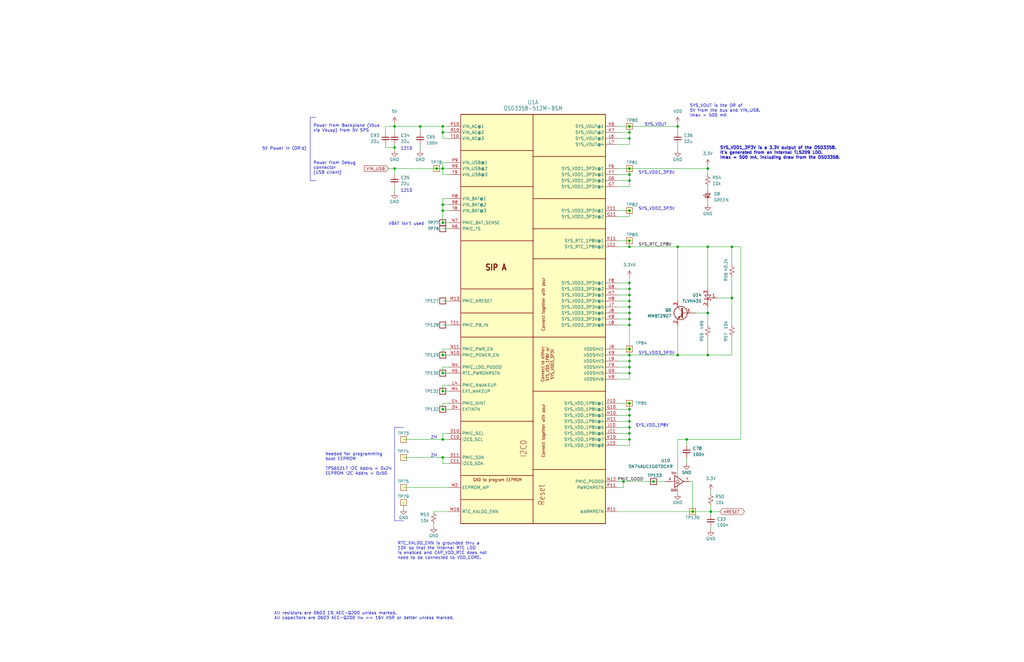
<source format=kicad_sch>
(kicad_sch (version 20230121) (generator eeschema)
  (paper "USLedger")
  (title_block (title "OreSat C3: OSD3358: SIP A") (date "2023-05-29") (rev "6.1"))
  (junction (at 262.89 203.2))
  (junction (at 308.61 125.73))
  (junction (at 265.43 88.9))
  (junction (at 186.69 55.88))
  (junction (at 265.43 134.62))
  (junction (at 184.15 71.12))
  (junction (at 265.43 154.94))
  (junction (at 265.43 101.6))
  (junction (at 186.69 88.9))
  (junction (at 186.69 157.48))
  (junction (at 265.43 175.26))
  (junction (at 186.69 71.12))
  (junction (at 166.37 71.12))
  (junction (at 166.37 53.34))
  (junction (at 298.45 71.12))
  (junction (at 265.43 129.54))
  (junction (at 186.69 86.36))
  (junction (at 285.75 104.14))
  (junction (at 265.43 104.14))
  (junction (at 177.165 53.34))
  (junction (at 298.45 132.08))
  (junction (at 265.43 157.48))
  (junction (at 265.43 71.12))
  (junction (at 166.37 62.23))
  (junction (at 285.75 53.34))
  (junction (at 292.1 215.9))
  (junction (at 285.75 149.86))
  (junction (at 265.43 73.66))
  (junction (at 265.43 172.72))
  (junction (at 298.45 104.14))
  (junction (at 308.61 104.14))
  (junction (at 265.43 119.38))
  (junction (at 186.69 93.98))
  (junction (at 265.43 185.42))
  (junction (at 265.43 182.88))
  (junction (at 265.43 149.86))
  (junction (at 298.45 149.86))
  (junction (at 186.69 149.86))
  (junction (at 265.43 127))
  (junction (at 265.43 137.16))
  (junction (at 275.59 203.2))
  (junction (at 186.69 165.1))
  (junction (at 265.43 121.92))
  (junction (at 289.56 185.42))
  (junction (at 265.43 53.34))
  (junction (at 186.69 172.72))
  (junction (at 265.43 124.46))
  (junction (at 265.43 58.42))
  (junction (at 265.43 132.08))
  (junction (at 299.72 215.9))
  (junction (at 265.43 180.34))
  (junction (at 265.43 177.8))
  (junction (at 265.43 152.4))
  (junction (at 265.43 170.18))
  (junction (at 186.69 185.42))
  (junction (at 265.43 147.32))
  (junction (at 186.69 193.04))
  (junction (at 186.69 53.34))
  (junction (at 265.43 76.2))
  (junction (at 265.43 55.88))
  (wire (pts (xy 299.72 222.25) (xy 299.72 223.52)))
  (wire (pts (xy 186.69 68.58) (xy 186.69 71.12)))
  (wire (pts (xy 260.35 172.72) (xy 265.43 172.72)))
  (wire (pts (xy 189.23 147.32) (xy 186.69 147.32)))
  (wire (pts (xy 260.35 187.96) (xy 265.43 187.96)))
  (wire (pts (xy 186.69 195.58) (xy 189.23 195.58)))
  (wire (pts (xy 189.23 68.58) (xy 186.69 68.58)))
  (wire (pts (xy 299.72 215.9) (xy 303.53 215.9)))
  (wire (pts (xy 299.72 207.01) (xy 299.72 208.28)))
  (wire (pts (xy 166.37 60.96) (xy 166.37 62.23)))
  (wire (pts (xy 312.42 104.14) (xy 308.61 104.14)))
  (wire (pts (xy 186.69 157.48) (xy 189.23 157.48)))
  (polyline (pts (xy 130.81 76.2) (xy 133.35 76.2)))
  (wire (pts (xy 170.18 193.04) (xy 186.69 193.04)))
  (wire (pts (xy 308.61 125.73) (xy 308.61 137.16)))
  (wire (pts (xy 189.23 53.34) (xy 186.69 53.34)))
  (wire (pts (xy 162.56 53.34) (xy 166.37 53.34)))
  (wire (pts (xy 260.35 132.08) (xy 265.43 132.08)))
  (wire (pts (xy 302.26 125.73) (xy 308.61 125.73)))
  (wire (pts (xy 186.69 127) (xy 189.23 127)))
  (wire (pts (xy 265.43 182.88) (xy 265.43 180.34)))
  (wire (pts (xy 189.23 162.56) (xy 186.69 162.56)))
  (wire (pts (xy 265.43 78.74) (xy 265.43 76.2)))
  (wire (pts (xy 298.45 132.08) (xy 298.45 137.16)))
  (wire (pts (xy 299.72 213.36) (xy 299.72 215.9)))
  (polyline (pts (xy 166.37 219.71) (xy 170.18 219.71)))
  (wire (pts (xy 265.43 132.08) (xy 265.43 134.62)))
  (wire (pts (xy 260.35 137.16) (xy 265.43 137.16)))
  (wire (pts (xy 308.61 104.14) (xy 298.45 104.14)))
  (wire (pts (xy 292.1 215.9) (xy 299.72 215.9)))
  (wire (pts (xy 186.69 193.04) (xy 186.69 195.58)))
  (wire (pts (xy 285.75 104.14) (xy 285.75 127)))
  (polyline (pts (xy 170.18 180.34) (xy 166.37 180.34)))
  (wire (pts (xy 308.61 142.24) (xy 308.61 149.86)))
  (wire (pts (xy 189.23 83.82) (xy 186.69 83.82)))
  (wire (pts (xy 260.35 152.4) (xy 265.43 152.4)))
  (wire (pts (xy 298.45 142.24) (xy 298.45 149.86)))
  (wire (pts (xy 186.69 154.94) (xy 186.69 157.48)))
  (wire (pts (xy 162.56 60.96) (xy 162.56 62.23)))
  (polyline (pts (xy 130.81 49.53) (xy 130.81 76.2)))
  (wire (pts (xy 265.43 58.42) (xy 265.43 55.88)))
  (wire (pts (xy 186.69 93.98) (xy 189.23 93.98)))
  (wire (pts (xy 162.56 62.23) (xy 166.37 62.23)))
  (wire (pts (xy 275.59 203.2) (xy 280.67 203.2)))
  (wire (pts (xy 186.69 83.82) (xy 186.69 86.36)))
  (wire (pts (xy 177.165 53.34) (xy 186.69 53.34)))
  (wire (pts (xy 265.43 129.54) (xy 265.43 132.08)))
  (wire (pts (xy 260.35 175.26) (xy 265.43 175.26)))
  (wire (pts (xy 186.69 71.12) (xy 186.69 73.66)))
  (wire (pts (xy 186.69 73.66) (xy 189.23 73.66)))
  (wire (pts (xy 260.35 76.2) (xy 265.43 76.2)))
  (wire (pts (xy 186.69 185.42) (xy 189.23 185.42)))
  (wire (pts (xy 260.35 154.94) (xy 265.43 154.94)))
  (wire (pts (xy 186.69 147.32) (xy 186.69 149.86)))
  (wire (pts (xy 186.69 162.56) (xy 186.69 165.1)))
  (wire (pts (xy 265.43 73.66) (xy 265.43 71.12)))
  (wire (pts (xy 186.69 88.9) (xy 189.23 88.9)))
  (wire (pts (xy 298.45 71.12) (xy 298.45 73.66)))
  (wire (pts (xy 298.45 129.54) (xy 298.45 132.08)))
  (wire (pts (xy 265.43 175.26) (xy 265.43 172.72)))
  (wire (pts (xy 285.75 185.42) (xy 289.56 185.42)))
  (wire (pts (xy 308.61 125.73) (xy 308.61 116.84)))
  (wire (pts (xy 265.43 53.34) (xy 285.75 53.34)))
  (wire (pts (xy 260.35 185.42) (xy 265.43 185.42)))
  (wire (pts (xy 260.35 119.38) (xy 265.43 119.38)))
  (wire (pts (xy 170.18 185.42) (xy 186.69 185.42)))
  (wire (pts (xy 260.35 215.9) (xy 292.1 215.9)))
  (wire (pts (xy 260.35 205.74) (xy 262.89 205.74)))
  (wire (pts (xy 186.69 165.1) (xy 189.23 165.1)))
  (wire (pts (xy 177.165 55.88) (xy 177.165 53.34)))
  (wire (pts (xy 265.43 185.42) (xy 265.43 182.88)))
  (wire (pts (xy 260.35 88.9) (xy 265.43 88.9)))
  (wire (pts (xy 260.35 203.2) (xy 262.89 203.2)))
  (wire (pts (xy 265.43 119.38) (xy 265.43 116.84)))
  (wire (pts (xy 262.89 203.2) (xy 275.59 203.2)))
  (wire (pts (xy 182.88 215.9) (xy 189.23 215.9)))
  (wire (pts (xy 265.43 180.34) (xy 265.43 177.8)))
  (wire (pts (xy 292.1 215.9) (xy 292.1 203.2)))
  (polyline (pts (xy 133.35 49.53) (xy 130.81 49.53)))
  (wire (pts (xy 260.35 149.86) (xy 265.43 149.86)))
  (wire (pts (xy 265.43 60.96) (xy 265.43 58.42)))
  (wire (pts (xy 265.43 121.92) (xy 265.43 124.46)))
  (wire (pts (xy 260.35 101.6) (xy 265.43 101.6)))
  (wire (pts (xy 260.35 104.14) (xy 265.43 104.14)))
  (wire (pts (xy 186.69 170.18) (xy 186.69 172.72)))
  (wire (pts (xy 166.37 53.34) (xy 166.37 55.88)))
  (wire (pts (xy 170.18 205.74) (xy 189.23 205.74)))
  (wire (pts (xy 265.43 152.4) (xy 265.43 154.94)))
  (wire (pts (xy 285.75 60.96) (xy 285.75 63.5)))
  (wire (pts (xy 166.37 78.74) (xy 166.37 81.28)))
  (wire (pts (xy 262.89 205.74) (xy 262.89 203.2)))
  (wire (pts (xy 265.43 172.72) (xy 265.43 170.18)))
  (wire (pts (xy 162.56 55.88) (xy 162.56 53.34)))
  (wire (pts (xy 186.69 182.88) (xy 186.69 185.42)))
  (wire (pts (xy 186.69 53.34) (xy 186.69 55.88)))
  (wire (pts (xy 189.23 58.42) (xy 186.69 58.42)))
  (wire (pts (xy 189.23 170.18) (xy 186.69 170.18)))
  (wire (pts (xy 166.37 62.23) (xy 166.37 63.5)))
  (wire (pts (xy 260.35 134.62) (xy 265.43 134.62)))
  (wire (pts (xy 186.69 71.12) (xy 189.23 71.12)))
  (wire (pts (xy 265.43 137.16) (xy 265.43 147.32)))
  (wire (pts (xy 166.37 53.34) (xy 177.165 53.34)))
  (wire (pts (xy 265.43 124.46) (xy 265.43 127)))
  (wire (pts (xy 298.45 85.09) (xy 298.45 86.36)))
  (wire (pts (xy 285.75 137.16) (xy 285.75 149.86)))
  (wire (pts (xy 260.35 147.32) (xy 265.43 147.32)))
  (wire (pts (xy 265.43 149.86) (xy 265.43 152.4)))
  (wire (pts (xy 265.43 157.48) (xy 265.43 160.02)))
  (wire (pts (xy 166.37 71.12) (xy 166.37 73.66)))
  (wire (pts (xy 292.1 203.2) (xy 290.83 203.2)))
  (wire (pts (xy 186.69 86.36) (xy 189.23 86.36)))
  (wire (pts (xy 285.75 185.42) (xy 285.75 200.66)))
  (wire (pts (xy 186.69 58.42) (xy 186.69 55.88)))
  (wire (pts (xy 298.45 78.74) (xy 298.45 80.01)))
  (wire (pts (xy 260.35 170.18) (xy 265.43 170.18)))
  (wire (pts (xy 170.18 214.63) (xy 170.18 212.09)))
  (wire (pts (xy 184.15 71.12) (xy 186.69 71.12)))
  (wire (pts (xy 265.43 76.2) (xy 265.43 73.66)))
  (wire (pts (xy 265.43 55.88) (xy 265.43 53.34)))
  (wire (pts (xy 189.23 154.94) (xy 186.69 154.94)))
  (wire (pts (xy 265.43 71.12) (xy 298.45 71.12)))
  (wire (pts (xy 265.43 154.94) (xy 265.43 157.48)))
  (wire (pts (xy 260.35 127) (xy 265.43 127)))
  (wire (pts (xy 265.43 149.86) (xy 285.75 149.86)))
  (wire (pts (xy 298.45 149.86) (xy 285.75 149.86)))
  (wire (pts (xy 260.35 180.34) (xy 265.43 180.34)))
  (wire (pts (xy 189.23 193.04) (xy 186.69 193.04)))
  (wire (pts (xy 265.43 134.62) (xy 265.43 137.16)))
  (polyline (pts (xy 166.37 180.34) (xy 166.37 219.71)))
  (wire (pts (xy 260.35 73.66) (xy 265.43 73.66)))
  (wire (pts (xy 182.88 220.98) (xy 182.88 222.25)))
  (wire (pts (xy 265.43 121.92) (xy 265.43 119.38)))
  (wire (pts (xy 260.35 121.92) (xy 265.43 121.92)))
  (wire (pts (xy 265.43 177.8) (xy 265.43 175.26)))
  (wire (pts (xy 308.61 149.86) (xy 298.45 149.86)))
  (wire (pts (xy 177.165 63.5) (xy 177.165 60.96)))
  (wire (pts (xy 285.75 55.88) (xy 285.75 53.34)))
  (wire (pts (xy 260.35 58.42) (xy 265.43 58.42)))
  (wire (pts (xy 186.69 88.9) (xy 186.69 93.98)))
  (wire (pts (xy 289.56 193.04) (xy 289.56 195.58)))
  (wire (pts (xy 186.69 149.86) (xy 189.23 149.86)))
  (wire (pts (xy 285.75 104.14) (xy 298.45 104.14)))
  (wire (pts (xy 260.35 177.8) (xy 265.43 177.8)))
  (wire (pts (xy 260.35 157.48) (xy 265.43 157.48)))
  (wire (pts (xy 265.43 187.96) (xy 265.43 185.42)))
  (wire (pts (xy 265.43 127) (xy 265.43 129.54)))
  (wire (pts (xy 186.69 86.36) (xy 186.69 88.9)))
  (wire (pts (xy 298.45 132.08) (xy 293.37 132.08)))
  (wire (pts (xy 186.69 172.72) (xy 189.23 172.72)))
  (wire (pts (xy 298.45 69.85) (xy 298.45 71.12)))
  (wire (pts (xy 260.35 129.54) (xy 265.43 129.54)))
  (wire (pts (xy 312.42 185.42) (xy 289.56 185.42)))
  (wire (pts (xy 265.43 147.32) (xy 265.43 149.86)))
  (wire (pts (xy 186.69 55.88) (xy 189.23 55.88)))
  (wire (pts (xy 308.61 111.76) (xy 308.61 104.14)))
  (wire (pts (xy 186.69 137.16) (xy 189.23 137.16)))
  (wire (pts (xy 260.35 53.34) (xy 265.43 53.34)))
  (wire (pts (xy 312.42 104.14) (xy 312.42 185.42)))
  (wire (pts (xy 166.37 71.12) (xy 184.15 71.12)))
  (wire (pts (xy 265.43 104.14) (xy 265.43 101.6)))
  (wire (pts (xy 260.35 71.12) (xy 265.43 71.12)))
  (wire (pts (xy 298.45 121.92) (xy 298.45 104.14)))
  (wire (pts (xy 265.43 104.14) (xy 285.75 104.14)))
  (wire (pts (xy 186.69 96.52) (xy 189.23 96.52)))
  (wire (pts (xy 289.56 185.42) (xy 289.56 187.96)))
  (wire (pts (xy 285.75 205.74) (xy 285.75 208.28)))
  (wire (pts (xy 189.23 182.88) (xy 186.69 182.88)))
  (wire (pts (xy 260.35 124.46) (xy 265.43 124.46)))
  (wire (pts (xy 260.35 182.88) (xy 265.43 182.88)))
  (wire (pts (xy 260.35 91.44) (xy 265.43 91.44)))
  (wire (pts (xy 163.83 71.12) (xy 166.37 71.12)))
  (wire (pts (xy 265.43 91.44) (xy 265.43 88.9)))
  (wire (pts (xy 299.72 217.17) (xy 299.72 215.9)))
  (wire (pts (xy 166.37 52.07) (xy 166.37 53.34)))
  (wire (pts (xy 260.35 78.74) (xy 265.43 78.74)))
  (wire (pts (xy 285.75 52.07) (xy 285.75 53.34)))
  (wire (pts (xy 260.35 160.02) (xy 265.43 160.02)))
  (wire (pts (xy 260.35 55.88) (xy 265.43 55.88)))
  (wire (pts (xy 260.35 60.96) (xy 265.43 60.96)))
  (text "1210" (at 168.91 63.5 0) (effects (font (size 1.27 1.27)) (justify left bottom)))
  (text "All resistors are 0603 1% AEC-Q200 unless marked.\nAll capacitors are 0603 AEC-Q200 Vw >= 16V X5R or better unless marked." (at 115.57 261.62 0) (effects (font (size 1.27 1.27)) (justify left bottom)))
  (text "SYS_VOUT" (at 271.78 53.34 0) (effects (font (size 1.27 1.27)) (justify left bottom)))
  (text "SYS_VDD_1P8V" (at 267.97 180.34 0) (effects (font (size 1.27 1.27)) (justify left bottom)))
  (text "Power from Backplane (Vbus\nvia Vbusp) from 5V SPS" (at 132.08 55.88 0) (effects (font (size 1.27 1.27)) (justify left bottom)))
  (text "ZH" (at 181.61 193.04 0) (effects (font (size 1.27 1.27)) (justify left bottom)))
  (text "Needed for programming\nboot EEPROM\n\nTPS65217 I2C Addrs = 0x24\nEEPROM I2C Addrs = 0x50" (at 137.16 200.66 0) (effects (font (size 1.27 1.27)) (justify left bottom)))
  (text "SYS_VDD3_3P3V" (at 269.24 149.86 0) (effects (font (size 1.27 1.27)) (justify left bottom)))
  (text "SYS_VDD1_3P3V is a 3.3V output of the OSD3358.\nIt's generated from an internal TL5209 LDO.\nImax = 500 mA, including draw from the OSD3358." (at 303.53 67.31 0) (effects (font (size 1.27 1.27) (thickness 0.254) bold) (justify left bottom)))
  (text "Power from Debug \nconnector\n(USB client)" (at 132.08 73.66 0) (effects (font (size 1.27 1.27)) (justify left bottom)))
  (text "SYS_VDD2_3P3V" (at 269.24 88.9 0) (effects (font (size 1.27 1.27)) (justify left bottom)))
  (text "SYS_VDD1_3P3V" (at 269.24 73.66 0) (effects (font (size 1.27 1.27)) (justify left bottom)))
  (text "RTC_KALDO_ENN is grounded thru a\n10K so that the internal RTC LDO \nis enabled and CAP_VDD_RTC does not\nneed to be connected to VDD_CORE." (at 167.64 236.22 0) (effects (font (size 1.27 1.27)) (justify left bottom)))
  (text "VBAT isn't used" (at 163.83 95.25 0) (effects (font (size 1.27 1.27)) (justify left bottom)))
  (text "SYS_VOUT is the OR of \n5V from the bus and VIN_USB.\nImax = 500 mA" (at 290.83 49.53 0) (effects (font (size 1.27 1.27)) (justify left bottom)))
  (text "ZH" (at 181.61 185.42 0) (effects (font (size 1.27 1.27)) (justify left bottom)))
  (text "1210" (at 168.91 81.28 0) (effects (font (size 1.27 1.27)) (justify left bottom)))
  (text "5V Power in (OR'd)" (at 110.49 63.5 0) (effects (font (size 1.27 1.27)) (justify left bottom)))
  (label "PMIC_GOOD" (at 260.35 203.2 0))
  (label "SYS_RTC_1P8V" (at 269.24 104.14 0))
  (global_label "VIN_USB" (shape input) (at 163.83 71.12 180) (property "Intersheetrefs" "${INTERSHEET_REFS}" (at 153.6155 71.0406 0) (effects (justify right))))
  (global_label "nRESET" (shape bidirectional) (at 303.53 215.9 0) (property "Intersheetrefs" "${INTERSHEET_REFS}" (at 314.4412 215.9 0) (effects (justify left))))
  (symbol (lib_id "oresat-misc:Test-Point-0.75mm-th") (at 265.43 147.32 270) (unit 1)
    (property "Reference" "TP84" (at 267.97 144.78 90) (effects (justify left)))
    (property "Value" "Test-Point" (effects hide))
    (property "Footprint" "oresat-misc:TestPoint-0.75mm-th" (effects hide))
  )
  (symbol (lib_id "power:VDD") (at 285.75 52.07 0) (unit 1)
    (property "Reference" "#PWR01" (effects hide))
    (property "Value" "VDD" (at 285.75 46.99 0))
  )
  (symbol (lib_id "power:GND") (at 298.45 86.36 0) (unit 1)
    (property "Reference" "#PWR0142" (effects hide))
    (property "Value" "GND" (at 298.45 90.17 0))
  )
  (symbol (lib_id "Device:C_Small") (at 162.56 58.42 0) (mirror y) (unit 1)
    (property "Reference" "C93" (at 160.02 57.1562 0) (effects (justify left)))
    (property "Value" "22u" (at 160.02 59.6962 0) (effects (justify left)))
    (property "Footprint" "Capacitor_SMD:C_1210_3225Metric" (effects hide))
  )
  (symbol (lib_id "Device:LED_Small") (at 298.45 82.55 90) (unit 1)
    (property "Reference" "D8" (at 300.99 81.8515 90) (effects (justify right)))
    (property "Value" "GREEN" (at 300.99 84.3915 90) (effects (justify right)))
    (property "Footprint" "LED_SMD:LED_0603_1608Metric" (effects hide))
  )
  (symbol (lib_id "Device:R_Small_US") (at 182.88 218.44 180) (unit 1)
    (property "Reference" "R53" (at 179.07 217.17 0))
    (property "Value" "10k" (at 179.07 219.71 0))
    (property "Footprint" "Resistor_SMD:R_0603_1608Metric" (effects hide))
  )
  (symbol (lib_id "Device:C_Small") (at 299.72 219.71 0) (unit 1)
    (property "Reference" "C33" (at 302.26 219.0813 0) (effects (justify left)))
    (property "Value" "100n" (at 302.26 221.6213 0) (effects (justify left)))
    (property "Footprint" "Capacitor_SMD:C_0603_1608Metric" (effects hide))
  )
  (symbol (lib_id "oresat-misc:Test-Point-0.75mm-th") (at 265.43 170.18 270) (unit 1)
    (property "Reference" "TP85" (at 267.97 170.18 90) (effects (justify left)))
    (property "Value" "Test-Point" (effects hide))
    (property "Footprint" "oresat-misc:TestPoint-0.75mm-th" (effects hide))
  )
  (symbol (lib_id "Device:C_Small") (at 289.56 190.5 0) (unit 1)
    (property "Reference" "C78" (at 292.1 189.2362 0) (effects (justify left)))
    (property "Value" "100n" (at 292.1 191.7762 0) (effects (justify left)))
    (property "Footprint" "Capacitor_SMD:C_0603_1608Metric" (effects hide))
  )
  (symbol (lib_id "oresat-misc:Test-Point-0.75mm-th") (at 170.18 205.74 180) (unit 1)
    (property "Reference" "TP75" (at 167.64 203.2 0) (effects (justify right)))
    (property "Value" "Test-Point" (effects hide))
    (property "Footprint" "oresat-misc:TestPoint-0.75mm-th" (effects hide))
  )
  (symbol (lib_id "oresat-power:3.3V") (at 298.45 69.85 0) (unit 1)
    (property "Reference" "#3V0113" (effects hide))
    (property "Value" "3.3V" (at 298.45 64.77 0))
  )
  (symbol (lib_id "oresat-misc:Test-Point-1mm-round") (at 186.69 149.86 180) (unit 1)
    (property "Reference" "TP129" (at 179.07 149.86 0) (effects (justify right)))
    (property "Value" "Test-Point" (effects hide))
    (property "Footprint" "oresat-misc:TestPoint_Pad_D1.0mm" (effects hide))
  )
  (symbol (lib_id "oresat-misc:Test-Point-0.75mm-th") (at 292.1 215.9 180) (unit 1)
    (property "Reference" "TP135" (at 292.1 218.44 0))
    (property "Value" "Test-Point" (effects hide))
    (property "Footprint" "oresat-misc:TestPoint-0.75mm-th" (effects hide))
  )
  (symbol (lib_id "power:GND") (at 289.56 195.58 0) (unit 1)
    (property "Reference" "#PWR0140" (effects hide))
    (property "Value" "GND" (at 289.56 199.39 0))
  )
  (symbol (lib_id "oresat-misc:Test-Point-0.75mm-th") (at 265.43 71.12 270) (unit 1)
    (property "Reference" "TP81" (at 264.16 68.58 90) (effects (justify left)))
    (property "Value" "Test-Point" (effects hide))
    (property "Footprint" "oresat-misc:TestPoint-0.75mm-th" (effects hide))
  )
  (symbol (lib_id "oresat-misc:Test-Point-1mm-round") (at 186.69 172.72 180) (unit 1)
    (property "Reference" "TP132" (at 179.07 172.72 0) (effects (justify right)))
    (property "Value" "Test-Point" (effects hide))
    (property "Footprint" "oresat-misc:TestPoint_Pad_D1.0mm" (effects hide))
  )
  (symbol (lib_id "Device:R_Small_US") (at 298.45 139.7 180) (unit 1)
    (property "Reference" "R55" (at 295.91 142.24 90))
    (property "Value" "499" (at 295.91 137.16 90))
    (property "Footprint" "Resistor_SMD:R_0603_1608Metric" (effects hide))
  )
  (symbol (lib_id "oresat-misc:Test-Point-0.75mm-th") (at 184.15 71.12 180) (unit 1)
    (property "Reference" "TP78" (at 181.61 68.58 0) (effects (justify right)))
    (property "Value" "Test-Point" (effects hide))
    (property "Footprint" "oresat-misc:TestPoint-0.75mm-th" (effects hide))
  )
  (symbol (lib_id "Device:R_Small_US") (at 308.61 139.7 180) (unit 1)
    (property "Reference" "R57" (at 306.07 142.24 90))
    (property "Value" "10k" (at 306.07 137.16 90))
    (property "Footprint" "Resistor_SMD:R_0603_1608Metric" (effects hide))
  )
  (symbol (lib_id "Device:C_Small") (at 177.165 58.42 0) (unit 1)
    (property "Reference" "C65" (at 179.705 57.7913 0) (effects (justify left)))
    (property "Value" "100n" (at 179.705 60.3313 0) (effects (justify left)))
    (property "Footprint" "Capacitor_SMD:C_0603_1608Metric" (effects hide))
  )
  (symbol (lib_id "oresat-misc:Test-Point-0.75mm-th") (at 170.18 212.09 180) (unit 1)
    (property "Reference" "TP79" (at 167.64 209.55 0) (effects (justify right)))
    (property "Value" "Test-Point" (effects hide))
    (property "Footprint" "oresat-misc:TestPoint-0.75mm-th" (effects hide))
  )
  (symbol (lib_id "oresat-misc:Test-Point-0.75mm-th") (at 170.18 193.04 180) (unit 1)
    (property "Reference" "TP74" (at 167.64 190.5 0) (effects (justify right)))
    (property "Value" "Test-Point" (effects hide))
    (property "Footprint" "oresat-misc:TestPoint-0.75mm-th" (effects hide))
  )
  (symbol (lib_id "power:GND") (at 285.75 63.5 0) (unit 1)
    (property "Reference" "#PWR0141" (effects hide))
    (property "Value" "GND" (at 285.75 67.31 0))
  )
  (symbol (lib_id "power:GND") (at 182.88 222.25 0) (unit 1)
    (property "Reference" "#PWR0146" (effects hide))
    (property "Value" "GND" (at 182.88 226.06 0))
  )
  (symbol (lib_id "power:GND") (at 166.37 81.28 0) (unit 1)
    (property "Reference" "#PWR0144" (effects hide))
    (property "Value" "GND" (at 166.37 85.09 0))
  )
  (symbol (lib_id "oresat-power:3.3VA") (at 265.43 116.84 0) (unit 1)
    (property "Reference" "#3V3A0102" (effects hide))
    (property "Value" "3.3VA" (at 265.43 111.76 0))
  )
  (symbol (lib_id "oresat-misc:Test-Point-1mm-round") (at 186.69 157.48 180) (unit 1)
    (property "Reference" "TP130" (at 179.07 157.48 0) (effects (justify right)))
    (property "Value" "Test-Point" (effects hide))
    (property "Footprint" "oresat-misc:TestPoint_Pad_D1.0mm" (effects hide))
  )
  (symbol (lib_id "oresat-power:5V") (at 166.37 52.07 0) (unit 1)
    (property "Reference" "#5V0103" (effects hide))
    (property "Value" "5V" (at 166.37 46.99 0))
  )
  (symbol (lib_id "power:GND") (at 299.72 223.52 0) (unit 1)
    (property "Reference" "#PWR0138" (effects hide))
    (property "Value" "GND" (at 299.72 227.33 0))
  )
  (symbol (lib_id "oresat-misc:Test-Point-0.75mm-th") (at 265.43 53.34 270) (unit 1)
    (property "Reference" "TP80" (at 264.16 50.8 90) (effects (justify left)))
    (property "Value" "Test-Point" (effects hide))
    (property "Footprint" "oresat-misc:TestPoint-0.75mm-th" (effects hide))
  )
  (symbol (lib_id "Device:R_Small_US") (at 308.61 114.3 180) (unit 1)
    (property "Reference" "R56" (at 306.07 116.84 90))
    (property "Value" "40.2k" (at 306.07 111.76 90))
    (property "Footprint" "Resistor_SMD:R_0603_1608Metric" (effects hide))
  )
  (symbol (lib_id "oresat-misc:Test-Point-0.75mm-th") (at 170.18 185.42 180) (unit 1)
    (property "Reference" "TP73" (at 167.64 182.88 0) (effects (justify right)))
    (property "Value" "Test-Point" (effects hide))
    (property "Footprint" "oresat-misc:TestPoint-0.75mm-th" (effects hide))
  )
  (symbol (lib_id "oresat-ics:OSD3358-512M-BSM") (at 224.79 132.08 0) (unit 1)
    (property "Reference" "U1" (at 224.79 43.18 0) (effects (font (size 1.778 1.5113))))
    (property "Value" "OSD3358-512M-BSM" (at 224.79 45.72 0) (effects (font (size 1.778 1.5113))))
    (property "Footprint" "oresat-ics:U-Octavo-OSD335X-BGA-256" (effects hide))
    (property "Description" "OSD335x Embedded Module 1GHz 512MB" (effects hide))
    (property "Distributor" "DigiKey" (effects hide))
    (property "MPN" "OSD3358-512M-BSM" (effects hide))
  )
  (symbol (lib_id "oresat-misc:Test-Point-0.75mm-th") (at 265.43 101.6 270) (unit 1)
    (property "Reference" "TP83" (at 264.16 99.06 90) (effects (justify left)))
    (property "Value" "Test-Point" (effects hide))
    (property "Footprint" "oresat-misc:TestPoint-0.75mm-th" (effects hide))
  )
  (symbol (lib_id "Device:C_Small") (at 285.75 58.42 0) (unit 1)
    (property "Reference" "C36" (at 288.29 57.1562 0) (effects (justify left)))
    (property "Value" "22u" (at 288.29 59.6962 0) (effects (justify left)))
    (property "Footprint" "Capacitor_SMD:C_1210_3225Metric" (effects hide))
  )
  (symbol (lib_id "power:GND") (at 177.165 63.5 0) (unit 1)
    (property "Reference" "#PWR015" (effects hide))
    (property "Value" "GND" (at 177.165 67.31 0))
  )
  (symbol (lib_id "oresat-misc:Test-Point-1mm-round") (at 186.69 137.16 180) (unit 1)
    (property "Reference" "TP128" (at 179.07 137.16 0) (effects (justify right)))
    (property "Value" "Test-Point" (effects hide))
    (property "Footprint" "oresat-misc:TestPoint_Pad_D1.0mm" (effects hide))
  )
  (symbol (lib_id "oresat-misc:Test-Point-0.75mm-th") (at 265.43 88.9 270) (unit 1)
    (property "Reference" "TP82" (at 264.16 86.36 90) (effects (justify left)))
    (property "Value" "Test-Point" (effects hide))
    (property "Footprint" "oresat-misc:TestPoint-0.75mm-th" (effects hide))
  )
  (symbol (lib_id "oresat-misc:Test-Point-1mm-round") (at 186.69 127 180) (unit 1)
    (property "Reference" "TP127" (at 179.07 127 0) (effects (justify right)))
    (property "Value" "Test-Point" (effects hide))
    (property "Footprint" "oresat-misc:TestPoint_Pad_D1.0mm" (effects hide))
  )
  (symbol (lib_id "oresat-ics:TLVH431") (at 298.45 124.46 270) (unit 1)
    (property "Reference" "U14" (at 295.91 124.4599 90) (effects (justify right)))
    (property "Value" "TLVH431" (at 295.91 126.9999 90) (effects (justify right)))
    (property "Footprint" "Package_TO_SOT_SMD:SOT-23" (effects hide))
    (property "Datasheet" "https://www.ti.com/lit/ds/symlink/tlvh431a.pdf?ts=1658837968660&ref_url=https%253A%252F%252Fwww.google.com%252F" (effects hide))
  )
  (symbol (lib_id "oresat-power:3.3V") (at 299.72 207.01 0) (unit 1)
    (property "Reference" "#3V02" (effects hide))
    (property "Value" "3.3V" (at 299.72 201.93 0))
  )
  (symbol (lib_id "Device:Q_PNP_BEC") (at 288.29 132.08 0) (mirror y) (unit 1)
    (property "Reference" "Q6" (at 283.21 130.8099 0) (effects (justify left)))
    (property "Value" "MMBT2907" (at 283.21 133.3499 0) (effects (justify left)))
    (property "Footprint" "Package_TO_SOT_SMD:SOT-23" (effects hide))
  )
  (symbol (lib_id "oresat-misc:Test-Point-1mm-round") (at 186.69 96.52 180) (unit 1)
    (property "Reference" "TP76" (at 180.34 96.52 0) (effects (justify right)))
    (property "Value" "Test-Point" (effects hide))
    (property "Footprint" "oresat-misc:TestPoint_Pad_D1.0mm" (effects hide))
  )
  (symbol (lib_id "oresat-misc:Test-Point-1mm-round") (at 186.69 93.98 180) (unit 1)
    (property "Reference" "TP77" (at 180.34 93.98 0) (effects (justify right)))
    (property "Value" "Test-Point" (effects hide))
    (property "Footprint" "oresat-misc:TestPoint_Pad_D1.0mm" (effects hide))
  )
  (symbol (lib_id "Device:R_Small_US") (at 299.72 210.82 180) (unit 1)
    (property "Reference" "R50" (at 303.53 209.55 0))
    (property "Value" "10k" (at 303.53 212.09 0))
    (property "Footprint" "Resistor_SMD:R_0603_1608Metric" (effects hide))
  )
  (symbol (lib_id "Device:R_Small_US") (at 298.45 76.2 0) (unit 1)
    (property "Reference" "R54" (at 302.26 74.93 0))
    (property "Value" "10k" (at 302.26 77.47 0))
    (property "Footprint" "Resistor_SMD:R_0603_1608Metric" (effects hide))
  )
  (symbol (lib_id "oresat-misc:Test-Point-1mm-round") (at 275.59 203.2 180) (unit 1)
    (property "Reference" "TP133" (at 273.05 200.66 0) (effects (justify right)))
    (property "Value" "Test-Point" (effects hide))
    (property "Footprint" "oresat-misc:TestPoint_Pad_D1.0mm" (effects hide))
  )
  (symbol (lib_id "oresat-ics:SN74LVC1G07DCK") (at 285.75 203.2 0) (unit 1)
    (property "Reference" "U10" (at 280.67 194.31 0))
    (property "Value" "SN74AUC1G07DCKR" (at 274.32 196.85 0))
    (property "Footprint" "Package_TO_SOT_SMD:SOT-353_SC-70-5" (effects hide))
    (property "Datasheet" "https://www.ti.com/lit/ds/symlink/sn74lvc1g07.pdf" (effects hide))
  )
  (symbol (lib_id "power:GND") (at 285.75 208.28 0) (unit 1)
    (property "Reference" "#PWR0139" (effects hide))
    (property "Value" "GND" (at 285.75 212.09 0))
  )
  (symbol (lib_id "oresat-misc:Test-Point-1mm-round") (at 186.69 165.1 180) (unit 1)
    (property "Reference" "TP131" (at 179.07 165.1 0) (effects (justify right)))
    (property "Value" "Test-Point" (effects hide))
    (property "Footprint" "oresat-misc:TestPoint_Pad_D1.0mm" (effects hide))
  )
  (symbol (lib_id "Device:C_Small") (at 166.37 58.42 0) (unit 1)
    (property "Reference" "C34" (at 168.91 57.1562 0) (effects (justify left)))
    (property "Value" "22u" (at 168.91 59.6962 0) (effects (justify left)))
    (property "Footprint" "Capacitor_SMD:C_1210_3225Metric" (effects hide))
  )
  (symbol (lib_id "power:GND") (at 166.37 63.5 0) (unit 1)
    (property "Reference" "#PWR0143" (effects hide))
    (property "Value" "GND" (at 166.37 67.31 0))
  )
  (symbol (lib_id "Device:C_Small") (at 166.37 76.2 0) (unit 1)
    (property "Reference" "C35" (at 168.91 74.9362 0) (effects (justify left)))
    (property "Value" "22u" (at 168.91 77.4762 0) (effects (justify left)))
    (property "Footprint" "Capacitor_SMD:C_1210_3225Metric" (effects hide))
  )
  (symbol (lib_id "power:GND") (at 170.18 214.63 0) (unit 1)
    (property "Reference" "#PWR0145" (effects hide))
    (property "Value" "GND" (at 170.18 218.44 0))
  )
)
</source>
